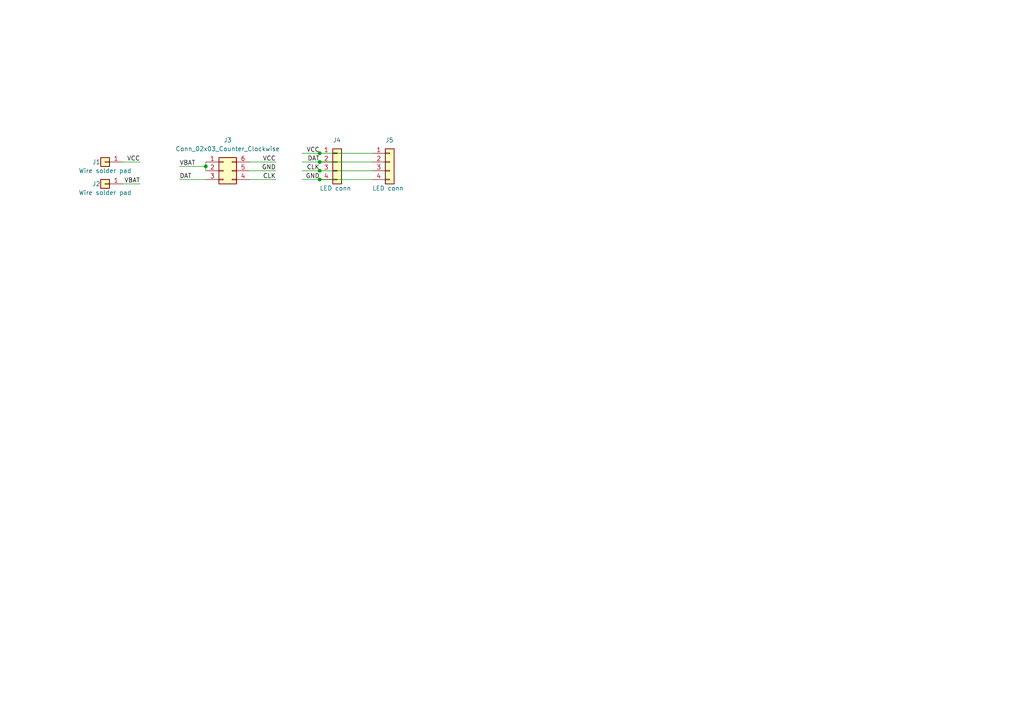
<source format=kicad_sch>
(kicad_sch (version 20211123) (generator eeschema)
  (paper "A4")
  (lib_symbols
    (symbol "Connector_Generic:Conn_01x01" (pin_names (offset 1.016) hide)
      (property "Reference" "J" (at 0 2.54 0))
      (property "Value" "Conn_01x01" (at 0 -2.54 0))
      (symbol "Conn_01x01_1_1"
        (rectangle (start -1.27 0.127) (end 0 -0.127) (stroke (width 0.1524)))
        (rectangle (start -1.27 1.27) (end 1.27 -1.27) (stroke (width 0.254)) (fill (type background)))
        (pin passive line (at -5.08 0 0) (length 3.81) (name "Pin_1") (number "1"))
      )
    )
    (symbol "Connector_Generic:Conn_01x04" (pin_names (offset 1.016) hide)
      (property "Reference" "J" (at 0 5.08 0))
      (property "Value" "Conn_01x04" (at 0 -7.62 0))
      (symbol "Conn_01x04_1_1"
        (rectangle (start -1.27 -4.953) (end 0 -5.207) (stroke (width 0.1524)))
        (rectangle (start -1.27 -2.413) (end 0 -2.667) (stroke (width 0.1524)))
        (rectangle (start -1.27 0.127) (end 0 -0.127) (stroke (width 0.1524)))
        (rectangle (start -1.27 2.667) (end 0 2.413) (stroke (width 0.1524)))
        (rectangle (start -1.27 3.81) (end 1.27 -6.35) (stroke (width 0.254)) (fill (type background)))
        (pin passive line (at -5.08 2.54 0) (length 3.81) (name "Pin_1") (number "1"))
        (pin passive line (at -5.08 0 0) (length 3.81) (name "Pin_2") (number "2"))
        (pin passive line (at -5.08 -2.54 0) (length 3.81) (name "Pin_3") (number "3"))
        (pin passive line (at -5.08 -5.08 0) (length 3.81) (name "Pin_4") (number "4"))
      )
    )
    (symbol "Connector_Generic:Conn_02x03_Counter_Clockwise" (pin_names (offset 1.016) hide)
      (property "Reference" "J" (at 1.27 5.08 0))
      (property "Value" "Conn_02x03_Counter_Clockwise" (at 1.27 -5.08 0))
      (symbol "Conn_02x03_Counter_Clockwise_1_1"
        (rectangle (start -1.27 -2.413) (end 0 -2.667) (stroke (width 0.1524)))
        (rectangle (start -1.27 0.127) (end 0 -0.127) (stroke (width 0.1524)))
        (rectangle (start -1.27 2.667) (end 0 2.413) (stroke (width 0.1524)))
        (rectangle (start -1.27 3.81) (end 3.81 -3.81) (stroke (width 0.254)) (fill (type background)))
        (rectangle (start 3.81 -2.413) (end 2.54 -2.667) (stroke (width 0.1524)))
        (rectangle (start 3.81 0.127) (end 2.54 -0.127) (stroke (width 0.1524)))
        (rectangle (start 3.81 2.667) (end 2.54 2.413) (stroke (width 0.1524)))
        (pin passive line (at -5.08 2.54 0) (length 3.81) (name "Pin_1") (number "1"))
        (pin passive line (at -5.08 0 0) (length 3.81) (name "Pin_2") (number "2"))
        (pin passive line (at -5.08 -2.54 0) (length 3.81) (name "Pin_3") (number "3"))
        (pin passive line (at 7.62 -2.54 180) (length 3.81) (name "Pin_4") (number "4"))
        (pin passive line (at 7.62 0 180) (length 3.81) (name "Pin_5") (number "5"))
        (pin passive line (at 7.62 2.54 180) (length 3.81) (name "Pin_6") (number "6"))
      )
    )
  )
  (junction (at 92.71 44.45))
  (junction (at 92.71 49.53))
  (junction (at 92.71 52.07))
  (junction (at 59.69 48.26))
  (junction (at 92.71 46.99))
  (wire (pts (xy 35.56 46.99) (xy 40.64 46.99)))
  (wire (pts (xy 92.71 44.45) (xy 107.95 44.45)))
  (wire (pts (xy 72.39 49.53) (xy 80.01 49.53)))
  (wire (pts (xy 72.39 46.99) (xy 80.01 46.99)))
  (wire (pts (xy 72.39 52.07) (xy 80.01 52.07)))
  (wire (pts (xy 52.07 52.07) (xy 59.69 52.07)))
  (wire (pts (xy 92.71 46.99) (xy 107.95 46.99)))
  (wire (pts (xy 59.69 48.26) (xy 59.69 49.53)))
  (wire (pts (xy 87.63 44.45) (xy 92.71 44.45)))
  (wire (pts (xy 87.63 46.99) (xy 92.71 46.99)))
  (wire (pts (xy 92.71 52.07) (xy 107.95 52.07)))
  (wire (pts (xy 59.69 46.99) (xy 59.69 48.26)))
  (wire (pts (xy 92.71 49.53) (xy 107.95 49.53)))
  (wire (pts (xy 52.07 48.26) (xy 59.69 48.26)))
  (wire (pts (xy 87.63 52.07) (xy 92.71 52.07)))
  (wire (pts (xy 35.56 53.34) (xy 40.64 53.34)))
  (wire (pts (xy 87.63 49.53) (xy 92.71 49.53)))
  (label "DAT" (at 92.71 46.99 180))
  (label "VCC" (at 40.64 46.99 180))
  (label "CLK" (at 80.01 52.07 180))
  (label "DAT" (at 52.07 52.07 0))
  (label "GND" (at 80.01 49.53 180))
  (label "VCC" (at 80.01 46.99 180))
  (label "CLK" (at 92.71 49.53 180))
  (label "VCC" (at 92.71 44.45 180))
  (label "GND" (at 92.71 52.07 180))
  (label "VBAT" (at 52.07 48.26 0))
  (label "VBAT" (at 40.64 53.34 180))
  (symbol (lib_id "Connector_Generic:Conn_01x04") (at 97.79 46.99 0) (unit 1)
    (property "Reference" "J4" (at 96.52 40.64 0) (effects (justify left)))
    (property "Value" "LED conn" (at 92.71 54.61 0) (effects (justify left)))
    (property "Footprint" "Shurik:connector-4p-generic-nosilk" (effects hide))
  )
  (symbol (lib_id "Connector_Generic:Conn_01x01") (at 30.48 53.34 180) (unit 1)
    (property "Reference" "J2" (at 27.94 53.34 0))
    (property "Value" "Wire solder pad" (at 30.48 55.88 0))
    (property "Footprint" "TestPoint:TestPoint_Plated_Hole_D2.0mm" (effects hide))
  )
  (symbol (lib_id "Connector_Generic:Conn_01x04") (at 113.03 46.99 0) (unit 1)
    (property "Reference" "J5" (at 111.76 40.64 0) (effects (justify left)))
    (property "Value" "LED conn" (at 107.95 54.61 0) (effects (justify left)))
    (property "Footprint" "Shurik:connector-4p-generic-nosilk" (effects hide))
  )
  (symbol (lib_id "Connector_Generic:Conn_01x01") (at 30.48 46.99 180) (unit 1)
    (property "Reference" "J1" (at 27.94 46.99 0))
    (property "Value" "Wire solder pad" (at 30.48 49.53 0))
    (property "Footprint" "TestPoint:TestPoint_Plated_Hole_D2.0mm" (effects hide))
  )
  (symbol (lib_id "Connector_Generic:Conn_02x03_Counter_Clockwise") (at 64.77 49.53 0) (unit 1)
    (property "Reference" "J3" (at 66.04 40.64 0))
    (property "Value" "Conn_02x03_Counter_Clockwise" (at 66.04 43.18 0))
    (property "Footprint" "Connector_PinHeader_2.54mm:PinHeader_2x03_P2.54mm_Vertical" (effects hide))
  )
)
</source>
